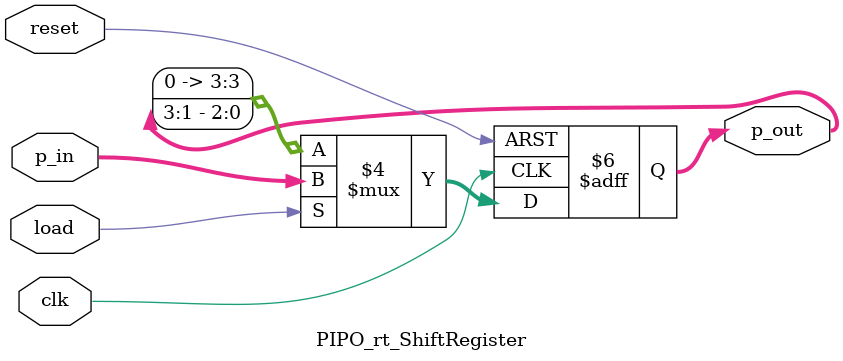
<source format=v>
module PIPO_rt_ShiftRegister(
input clk, reset, load,
input [3:0] p_in,
output reg [3:0] p_out
);


always @(posedge clk or posedge reset)
begin
if (reset)
begin
p_out = 4'b0000;
end
else if(load)
begin
p_out <= p_in;
end
else
begin
p_out <= p_out >> 1;
end
end
endmodule

</source>
